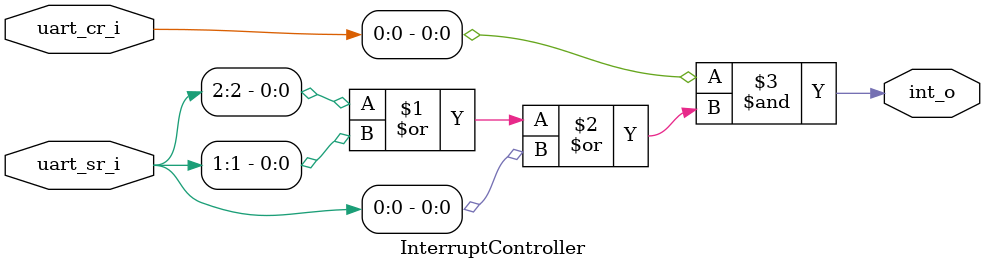
<source format=v>
module InterruptController(
					uart_cr_i,
					uart_sr_i,
					int_o
);
input [5:0] uart_cr_i;
input [3:0] uart_sr_i;
output int_o;

	assign int_o=(uart_cr_i[0]&(
						(uart_sr_i[2] | uart_sr_i[1] | uart_sr_i[0]))
					);
endmodule

</source>
